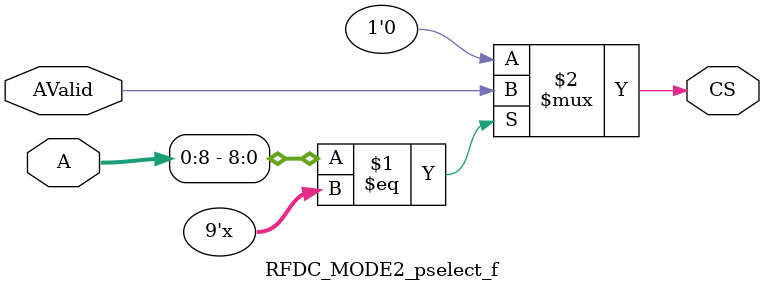
<source format=v>
`timescale 1 ps/1 ps

module RFDC_MODE2_pselect_f ( A, AValid, CS) ;

parameter C_AB  = 9;
parameter C_AW  = 32;
parameter [0:C_AW - 1] C_BAR =  'bz;
parameter C_FAMILY  = "nofamily";
input[0:C_AW-1] A; 
input AValid; 
output CS; 
wire CS;
parameter [0:C_AB-1]BAR = C_BAR[0:C_AB-1];

//----------------------------------------------------------------------------
// Build a behavioral decoder
//----------------------------------------------------------------------------
generate
if (C_AB > 0) begin : XST_WA
assign CS = (A[0:C_AB - 1] == BAR[0:C_AB - 1]) ? AValid : 1'b0 ;
end
endgenerate

generate
if (C_AB == 0) begin : PASS_ON_GEN
assign CS = AValid ;
end
endgenerate
endmodule

</source>
